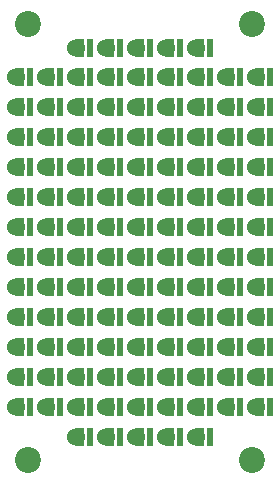
<source format=gbr>
%TF.GenerationSoftware,KiCad,Pcbnew,9.0.1*%
%TF.CreationDate,2025-05-07T00:25:03-04:00*%
%TF.ProjectId,protoplus,70726f74-6f70-46c7-9573-2e6b69636164,rev?*%
%TF.SameCoordinates,Original*%
%TF.FileFunction,Soldermask,Top*%
%TF.FilePolarity,Negative*%
%FSLAX46Y46*%
G04 Gerber Fmt 4.6, Leading zero omitted, Abs format (unit mm)*
G04 Created by KiCad (PCBNEW 9.0.1) date 2025-05-07 00:25:03*
%MOMM*%
%LPD*%
G01*
G04 APERTURE LIST*
%ADD10R,0.800000X1.524000*%
%ADD11C,1.524000*%
%ADD12R,0.600000X1.524000*%
%ADD13C,2.200000*%
G04 APERTURE END LIST*
D10*
%TO.C,REF\u002A\u002A*%
X157840000Y-65920000D03*
D11*
X157440000Y-65920000D03*
D12*
X158640000Y-65920000D03*
%TD*%
D10*
%TO.C,REF\u002A\u002A*%
X145140000Y-71000000D03*
D11*
X144740000Y-71000000D03*
D12*
X145940000Y-71000000D03*
%TD*%
D10*
%TO.C,REF\u002A\u002A*%
X150220000Y-68460000D03*
D11*
X149820000Y-68460000D03*
D12*
X151020000Y-68460000D03*
%TD*%
D10*
%TO.C,REF\u002A\u002A*%
X150220000Y-60840000D03*
D11*
X149820000Y-60840000D03*
D12*
X151020000Y-60840000D03*
%TD*%
D10*
%TO.C,REF\u002A\u002A*%
X145140000Y-86240000D03*
D11*
X144740000Y-86240000D03*
D12*
X145940000Y-86240000D03*
%TD*%
D10*
%TO.C,REF\u002A\u002A*%
X157840000Y-63380000D03*
D11*
X157440000Y-63380000D03*
D12*
X158640000Y-63380000D03*
%TD*%
D13*
%TO.C,REF\u002A\u002A*%
X145775000Y-53775000D03*
%TD*%
D10*
%TO.C,REF\u002A\u002A*%
X162920000Y-65920000D03*
D11*
X162520000Y-65920000D03*
D12*
X163720000Y-65920000D03*
%TD*%
D10*
%TO.C,REF\u002A\u002A*%
X165460000Y-86240000D03*
D11*
X165060000Y-86240000D03*
D12*
X166260000Y-86240000D03*
%TD*%
D10*
%TO.C,REF\u002A\u002A*%
X157840000Y-58300000D03*
D11*
X157440000Y-58300000D03*
D12*
X158640000Y-58300000D03*
%TD*%
D10*
%TO.C,REF\u002A\u002A*%
X162920000Y-81160000D03*
D11*
X162520000Y-81160000D03*
D12*
X163720000Y-81160000D03*
%TD*%
D10*
%TO.C,REF\u002A\u002A*%
X155300000Y-71000000D03*
D11*
X154900000Y-71000000D03*
D12*
X156100000Y-71000000D03*
%TD*%
D10*
%TO.C,REF\u002A\u002A*%
X157840000Y-81160000D03*
D11*
X157440000Y-81160000D03*
D12*
X158640000Y-81160000D03*
%TD*%
D13*
%TO.C,REF\u002A\u002A*%
X145775000Y-90725000D03*
%TD*%
D10*
%TO.C,REF\u002A\u002A*%
X155295000Y-55765000D03*
D11*
X154895000Y-55765000D03*
D12*
X156095000Y-55765000D03*
%TD*%
D10*
%TO.C,REF\u002A\u002A*%
X160375000Y-55765000D03*
D11*
X159975000Y-55765000D03*
D12*
X161175000Y-55765000D03*
%TD*%
D10*
%TO.C,REF\u002A\u002A*%
X147680000Y-73540000D03*
D11*
X147280000Y-73540000D03*
D12*
X148480000Y-73540000D03*
%TD*%
D10*
%TO.C,REF\u002A\u002A*%
X155300000Y-65920000D03*
D11*
X154900000Y-65920000D03*
D12*
X156100000Y-65920000D03*
%TD*%
D10*
%TO.C,REF\u002A\u002A*%
X145140000Y-78620000D03*
D11*
X144740000Y-78620000D03*
D12*
X145940000Y-78620000D03*
%TD*%
D10*
%TO.C,REF\u002A\u002A*%
X155300000Y-88780000D03*
D11*
X154900000Y-88780000D03*
D12*
X156100000Y-88780000D03*
%TD*%
D10*
%TO.C,REF\u002A\u002A*%
X160380000Y-60840000D03*
D11*
X159980000Y-60840000D03*
D12*
X161180000Y-60840000D03*
%TD*%
D10*
%TO.C,REF\u002A\u002A*%
X160380000Y-86240000D03*
D11*
X159980000Y-86240000D03*
D12*
X161180000Y-86240000D03*
%TD*%
D10*
%TO.C,REF\u002A\u002A*%
X162920000Y-63380000D03*
D11*
X162520000Y-63380000D03*
D12*
X163720000Y-63380000D03*
%TD*%
D10*
%TO.C,REF\u002A\u002A*%
X162920000Y-60840000D03*
D11*
X162520000Y-60840000D03*
D12*
X163720000Y-60840000D03*
%TD*%
D10*
%TO.C,REF\u002A\u002A*%
X152760000Y-88780000D03*
D11*
X152360000Y-88780000D03*
D12*
X153560000Y-88780000D03*
%TD*%
D10*
%TO.C,REF\u002A\u002A*%
X155300000Y-60840000D03*
D11*
X154900000Y-60840000D03*
D12*
X156100000Y-60840000D03*
%TD*%
D10*
%TO.C,REF\u002A\u002A*%
X165460000Y-68460000D03*
D11*
X165060000Y-68460000D03*
D12*
X166260000Y-68460000D03*
%TD*%
D10*
%TO.C,REF\u002A\u002A*%
X150220000Y-58300000D03*
D11*
X149820000Y-58300000D03*
D12*
X151020000Y-58300000D03*
%TD*%
D10*
%TO.C,REF\u002A\u002A*%
X150220000Y-76080000D03*
D11*
X149820000Y-76080000D03*
D12*
X151020000Y-76080000D03*
%TD*%
D10*
%TO.C,REF\u002A\u002A*%
X165460000Y-71000000D03*
D11*
X165060000Y-71000000D03*
D12*
X166260000Y-71000000D03*
%TD*%
D10*
%TO.C,REF\u002A\u002A*%
X145140000Y-76080000D03*
D11*
X144740000Y-76080000D03*
D12*
X145940000Y-76080000D03*
%TD*%
D10*
%TO.C,REF\u002A\u002A*%
X157840000Y-78620000D03*
D11*
X157440000Y-78620000D03*
D12*
X158640000Y-78620000D03*
%TD*%
D10*
%TO.C,REF\u002A\u002A*%
X152760000Y-73540000D03*
D11*
X152360000Y-73540000D03*
D12*
X153560000Y-73540000D03*
%TD*%
D10*
%TO.C,REF\u002A\u002A*%
X165460000Y-78620000D03*
D11*
X165060000Y-78620000D03*
D12*
X166260000Y-78620000D03*
%TD*%
D10*
%TO.C,REF\u002A\u002A*%
X147680000Y-83700000D03*
D11*
X147280000Y-83700000D03*
D12*
X148480000Y-83700000D03*
%TD*%
D10*
%TO.C,REF\u002A\u002A*%
X160380000Y-58300000D03*
D11*
X159980000Y-58300000D03*
D12*
X161180000Y-58300000D03*
%TD*%
D10*
%TO.C,REF\u002A\u002A*%
X147680000Y-76080000D03*
D11*
X147280000Y-76080000D03*
D12*
X148480000Y-76080000D03*
%TD*%
D10*
%TO.C,REF\u002A\u002A*%
X160380000Y-65920000D03*
D11*
X159980000Y-65920000D03*
D12*
X161180000Y-65920000D03*
%TD*%
D10*
%TO.C,REF\u002A\u002A*%
X150220000Y-81160000D03*
D11*
X149820000Y-81160000D03*
D12*
X151020000Y-81160000D03*
%TD*%
D10*
%TO.C,REF\u002A\u002A*%
X152755000Y-55765000D03*
D11*
X152355000Y-55765000D03*
D12*
X153555000Y-55765000D03*
%TD*%
D10*
%TO.C,REF\u002A\u002A*%
X152760000Y-58300000D03*
D11*
X152360000Y-58300000D03*
D12*
X153560000Y-58300000D03*
%TD*%
D10*
%TO.C,REF\u002A\u002A*%
X160380000Y-76080000D03*
D11*
X159980000Y-76080000D03*
D12*
X161180000Y-76080000D03*
%TD*%
D10*
%TO.C,REF\u002A\u002A*%
X145140000Y-83700000D03*
D11*
X144740000Y-83700000D03*
D12*
X145940000Y-83700000D03*
%TD*%
D10*
%TO.C,REF\u002A\u002A*%
X147680000Y-58300000D03*
D11*
X147280000Y-58300000D03*
D12*
X148480000Y-58300000D03*
%TD*%
D10*
%TO.C,REF\u002A\u002A*%
X147680000Y-60840000D03*
D11*
X147280000Y-60840000D03*
D12*
X148480000Y-60840000D03*
%TD*%
D10*
%TO.C,REF\u002A\u002A*%
X165460000Y-76080000D03*
D11*
X165060000Y-76080000D03*
D12*
X166260000Y-76080000D03*
%TD*%
D10*
%TO.C,REF\u002A\u002A*%
X147680000Y-81160000D03*
D11*
X147280000Y-81160000D03*
D12*
X148480000Y-81160000D03*
%TD*%
D10*
%TO.C,REF\u002A\u002A*%
X162920000Y-76080000D03*
D11*
X162520000Y-76080000D03*
D12*
X163720000Y-76080000D03*
%TD*%
D10*
%TO.C,REF\u002A\u002A*%
X155300000Y-81160000D03*
D11*
X154900000Y-81160000D03*
D12*
X156100000Y-81160000D03*
%TD*%
D10*
%TO.C,REF\u002A\u002A*%
X145140000Y-73540000D03*
D11*
X144740000Y-73540000D03*
D12*
X145940000Y-73540000D03*
%TD*%
D10*
%TO.C,REF\u002A\u002A*%
X157835000Y-55765000D03*
D11*
X157435000Y-55765000D03*
D12*
X158635000Y-55765000D03*
%TD*%
D10*
%TO.C,REF\u002A\u002A*%
X165460000Y-60840000D03*
D11*
X165060000Y-60840000D03*
D12*
X166260000Y-60840000D03*
%TD*%
D10*
%TO.C,REF\u002A\u002A*%
X162920000Y-83700000D03*
D11*
X162520000Y-83700000D03*
D12*
X163720000Y-83700000D03*
%TD*%
D10*
%TO.C,REF\u002A\u002A*%
X145140000Y-58300000D03*
D11*
X144740000Y-58300000D03*
D12*
X145940000Y-58300000D03*
%TD*%
D10*
%TO.C,REF\u002A\u002A*%
X145140000Y-60840000D03*
D11*
X144740000Y-60840000D03*
D12*
X145940000Y-60840000D03*
%TD*%
D10*
%TO.C,REF\u002A\u002A*%
X160380000Y-88780000D03*
D11*
X159980000Y-88780000D03*
D12*
X161180000Y-88780000D03*
%TD*%
D10*
%TO.C,REF\u002A\u002A*%
X165460000Y-83700000D03*
D11*
X165060000Y-83700000D03*
D12*
X166260000Y-83700000D03*
%TD*%
D10*
%TO.C,REF\u002A\u002A*%
X160380000Y-73540000D03*
D11*
X159980000Y-73540000D03*
D12*
X161180000Y-73540000D03*
%TD*%
D10*
%TO.C,REF\u002A\u002A*%
X150220000Y-65920000D03*
D11*
X149820000Y-65920000D03*
D12*
X151020000Y-65920000D03*
%TD*%
D10*
%TO.C,REF\u002A\u002A*%
X147680000Y-78620000D03*
D11*
X147280000Y-78620000D03*
D12*
X148480000Y-78620000D03*
%TD*%
D13*
%TO.C,REF\u002A\u002A*%
X164725000Y-90725000D03*
%TD*%
D10*
%TO.C,REF\u002A\u002A*%
X150220000Y-86240000D03*
D11*
X149820000Y-86240000D03*
D12*
X151020000Y-86240000D03*
%TD*%
D10*
%TO.C,REF\u002A\u002A*%
X155300000Y-83700000D03*
D11*
X154900000Y-83700000D03*
D12*
X156100000Y-83700000D03*
%TD*%
D10*
%TO.C,REF\u002A\u002A*%
X147680000Y-63380000D03*
D11*
X147280000Y-63380000D03*
D12*
X148480000Y-63380000D03*
%TD*%
D10*
%TO.C,REF\u002A\u002A*%
X155300000Y-63380000D03*
D11*
X154900000Y-63380000D03*
D12*
X156100000Y-63380000D03*
%TD*%
D10*
%TO.C,REF\u002A\u002A*%
X150220000Y-71000000D03*
D11*
X149820000Y-71000000D03*
D12*
X151020000Y-71000000D03*
%TD*%
D10*
%TO.C,REF\u002A\u002A*%
X150220000Y-88780000D03*
D11*
X149820000Y-88780000D03*
D12*
X151020000Y-88780000D03*
%TD*%
D10*
%TO.C,REF\u002A\u002A*%
X145140000Y-68460000D03*
D11*
X144740000Y-68460000D03*
D12*
X145940000Y-68460000D03*
%TD*%
D10*
%TO.C,REF\u002A\u002A*%
X155300000Y-58300000D03*
D11*
X154900000Y-58300000D03*
D12*
X156100000Y-58300000D03*
%TD*%
D10*
%TO.C,REF\u002A\u002A*%
X157840000Y-83700000D03*
D11*
X157440000Y-83700000D03*
D12*
X158640000Y-83700000D03*
%TD*%
D13*
%TO.C,REF\u002A\u002A*%
X164725000Y-53775000D03*
%TD*%
D10*
%TO.C,REF\u002A\u002A*%
X145140000Y-65920000D03*
D11*
X144740000Y-65920000D03*
D12*
X145940000Y-65920000D03*
%TD*%
D10*
%TO.C,REF\u002A\u002A*%
X165460000Y-81160000D03*
D11*
X165060000Y-81160000D03*
D12*
X166260000Y-81160000D03*
%TD*%
D10*
%TO.C,REF\u002A\u002A*%
X152760000Y-83700000D03*
D11*
X152360000Y-83700000D03*
D12*
X153560000Y-83700000D03*
%TD*%
D10*
%TO.C,REF\u002A\u002A*%
X147680000Y-68460000D03*
D11*
X147280000Y-68460000D03*
D12*
X148480000Y-68460000D03*
%TD*%
D10*
%TO.C,REF\u002A\u002A*%
X152760000Y-78620000D03*
D11*
X152360000Y-78620000D03*
D12*
X153560000Y-78620000D03*
%TD*%
D10*
%TO.C,REF\u002A\u002A*%
X150215000Y-55765000D03*
D11*
X149815000Y-55765000D03*
D12*
X151015000Y-55765000D03*
%TD*%
D10*
%TO.C,REF\u002A\u002A*%
X150220000Y-78620000D03*
D11*
X149820000Y-78620000D03*
D12*
X151020000Y-78620000D03*
%TD*%
D10*
%TO.C,REF\u002A\u002A*%
X160380000Y-81160000D03*
D11*
X159980000Y-81160000D03*
D12*
X161180000Y-81160000D03*
%TD*%
D10*
%TO.C,REF\u002A\u002A*%
X160380000Y-63380000D03*
D11*
X159980000Y-63380000D03*
D12*
X161180000Y-63380000D03*
%TD*%
D10*
%TO.C,REF\u002A\u002A*%
X152760000Y-81160000D03*
D11*
X152360000Y-81160000D03*
D12*
X153560000Y-81160000D03*
%TD*%
D10*
%TO.C,REF\u002A\u002A*%
X160380000Y-78620000D03*
D11*
X159980000Y-78620000D03*
D12*
X161180000Y-78620000D03*
%TD*%
D10*
%TO.C,REF\u002A\u002A*%
X165460000Y-63380000D03*
D11*
X165060000Y-63380000D03*
D12*
X166260000Y-63380000D03*
%TD*%
D10*
%TO.C,REF\u002A\u002A*%
X157840000Y-68460000D03*
D11*
X157440000Y-68460000D03*
D12*
X158640000Y-68460000D03*
%TD*%
D10*
%TO.C,REF\u002A\u002A*%
X160380000Y-71000000D03*
D11*
X159980000Y-71000000D03*
D12*
X161180000Y-71000000D03*
%TD*%
D10*
%TO.C,REF\u002A\u002A*%
X152760000Y-68460000D03*
D11*
X152360000Y-68460000D03*
D12*
X153560000Y-68460000D03*
%TD*%
D10*
%TO.C,REF\u002A\u002A*%
X165460000Y-58300000D03*
D11*
X165060000Y-58300000D03*
D12*
X166260000Y-58300000D03*
%TD*%
D10*
%TO.C,REF\u002A\u002A*%
X157840000Y-76080000D03*
D11*
X157440000Y-76080000D03*
D12*
X158640000Y-76080000D03*
%TD*%
D10*
%TO.C,REF\u002A\u002A*%
X162920000Y-68460000D03*
D11*
X162520000Y-68460000D03*
D12*
X163720000Y-68460000D03*
%TD*%
D10*
%TO.C,REF\u002A\u002A*%
X147680000Y-71000000D03*
D11*
X147280000Y-71000000D03*
D12*
X148480000Y-71000000D03*
%TD*%
D10*
%TO.C,REF\u002A\u002A*%
X160380000Y-68460000D03*
D11*
X159980000Y-68460000D03*
D12*
X161180000Y-68460000D03*
%TD*%
D10*
%TO.C,REF\u002A\u002A*%
X152760000Y-86240000D03*
D11*
X152360000Y-86240000D03*
D12*
X153560000Y-86240000D03*
%TD*%
D10*
%TO.C,REF\u002A\u002A*%
X145140000Y-81160000D03*
D11*
X144740000Y-81160000D03*
D12*
X145940000Y-81160000D03*
%TD*%
D10*
%TO.C,REF\u002A\u002A*%
X155300000Y-86240000D03*
D11*
X154900000Y-86240000D03*
D12*
X156100000Y-86240000D03*
%TD*%
D10*
%TO.C,REF\u002A\u002A*%
X162920000Y-86240000D03*
D11*
X162520000Y-86240000D03*
D12*
X163720000Y-86240000D03*
%TD*%
D10*
%TO.C,REF\u002A\u002A*%
X150220000Y-63380000D03*
D11*
X149820000Y-63380000D03*
D12*
X151020000Y-63380000D03*
%TD*%
D10*
%TO.C,REF\u002A\u002A*%
X157840000Y-88780000D03*
D11*
X157440000Y-88780000D03*
D12*
X158640000Y-88780000D03*
%TD*%
D10*
%TO.C,REF\u002A\u002A*%
X155300000Y-68460000D03*
D11*
X154900000Y-68460000D03*
D12*
X156100000Y-68460000D03*
%TD*%
D10*
%TO.C,REF\u002A\u002A*%
X150220000Y-73540000D03*
D11*
X149820000Y-73540000D03*
D12*
X151020000Y-73540000D03*
%TD*%
D10*
%TO.C,REF\u002A\u002A*%
X155300000Y-78620000D03*
D11*
X154900000Y-78620000D03*
D12*
X156100000Y-78620000D03*
%TD*%
D10*
%TO.C,REF\u002A\u002A*%
X162920000Y-78620000D03*
D11*
X162520000Y-78620000D03*
D12*
X163720000Y-78620000D03*
%TD*%
D10*
%TO.C,REF\u002A\u002A*%
X162920000Y-71000000D03*
D11*
X162520000Y-71000000D03*
D12*
X163720000Y-71000000D03*
%TD*%
D10*
%TO.C,REF\u002A\u002A*%
X155300000Y-76080000D03*
D11*
X154900000Y-76080000D03*
D12*
X156100000Y-76080000D03*
%TD*%
D10*
%TO.C,REF\u002A\u002A*%
X152760000Y-65920000D03*
D11*
X152360000Y-65920000D03*
D12*
X153560000Y-65920000D03*
%TD*%
D10*
%TO.C,REF\u002A\u002A*%
X150220000Y-83700000D03*
D11*
X149820000Y-83700000D03*
D12*
X151020000Y-83700000D03*
%TD*%
D10*
%TO.C,REF\u002A\u002A*%
X152760000Y-71000000D03*
D11*
X152360000Y-71000000D03*
D12*
X153560000Y-71000000D03*
%TD*%
D10*
%TO.C,REF\u002A\u002A*%
X152760000Y-76080000D03*
D11*
X152360000Y-76080000D03*
D12*
X153560000Y-76080000D03*
%TD*%
D10*
%TO.C,REF\u002A\u002A*%
X152760000Y-60840000D03*
D11*
X152360000Y-60840000D03*
D12*
X153560000Y-60840000D03*
%TD*%
D10*
%TO.C,REF\u002A\u002A*%
X155300000Y-73540000D03*
D11*
X154900000Y-73540000D03*
D12*
X156100000Y-73540000D03*
%TD*%
D10*
%TO.C,REF\u002A\u002A*%
X157840000Y-71000000D03*
D11*
X157440000Y-71000000D03*
D12*
X158640000Y-71000000D03*
%TD*%
D10*
%TO.C,REF\u002A\u002A*%
X157840000Y-86240000D03*
D11*
X157440000Y-86240000D03*
D12*
X158640000Y-86240000D03*
%TD*%
D10*
%TO.C,REF\u002A\u002A*%
X160380000Y-83700000D03*
D11*
X159980000Y-83700000D03*
D12*
X161180000Y-83700000D03*
%TD*%
D10*
%TO.C,REF\u002A\u002A*%
X165460000Y-65920000D03*
D11*
X165060000Y-65920000D03*
D12*
X166260000Y-65920000D03*
%TD*%
D10*
%TO.C,REF\u002A\u002A*%
X147680000Y-86240000D03*
D11*
X147280000Y-86240000D03*
D12*
X148480000Y-86240000D03*
%TD*%
D10*
%TO.C,REF\u002A\u002A*%
X157840000Y-60840000D03*
D11*
X157440000Y-60840000D03*
D12*
X158640000Y-60840000D03*
%TD*%
D10*
%TO.C,REF\u002A\u002A*%
X165460000Y-73540000D03*
D11*
X165060000Y-73540000D03*
D12*
X166260000Y-73540000D03*
%TD*%
D10*
%TO.C,REF\u002A\u002A*%
X162920000Y-58300000D03*
D11*
X162520000Y-58300000D03*
D12*
X163720000Y-58300000D03*
%TD*%
D10*
%TO.C,REF\u002A\u002A*%
X157840000Y-73540000D03*
D11*
X157440000Y-73540000D03*
D12*
X158640000Y-73540000D03*
%TD*%
D10*
%TO.C,REF\u002A\u002A*%
X162920000Y-73540000D03*
D11*
X162520000Y-73540000D03*
D12*
X163720000Y-73540000D03*
%TD*%
D10*
%TO.C,REF\u002A\u002A*%
X147680000Y-65920000D03*
D11*
X147280000Y-65920000D03*
D12*
X148480000Y-65920000D03*
%TD*%
D10*
%TO.C,REF\u002A\u002A*%
X152760000Y-63380000D03*
D11*
X152360000Y-63380000D03*
D12*
X153560000Y-63380000D03*
%TD*%
D10*
%TO.C,REF\u002A\u002A*%
X145140000Y-63380000D03*
D11*
X144740000Y-63380000D03*
D12*
X145940000Y-63380000D03*
%TD*%
M02*

</source>
